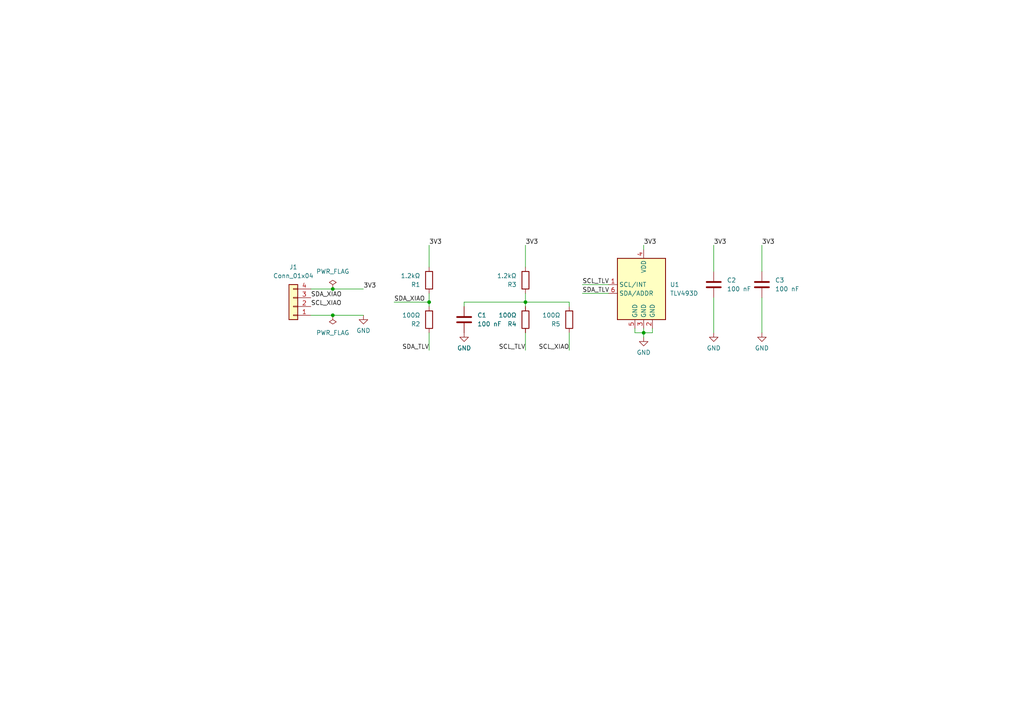
<source format=kicad_sch>
(kicad_sch (version 20230121) (generator eeschema)
  (paper "A4")
  (lib_symbols
    (symbol "Connector_Generic:Conn_01x04" (pin_names (offset 1.016) hide)
      (property "Reference" "J" (at 0 5.08 0))
      (property "Value" "Conn_01x04" (at 0 -7.62 0))
      (symbol "Conn_01x04_1_1"
        (rectangle (start -1.27 -4.953) (end 0 -5.207) (stroke (width 0.1524)))
        (rectangle (start -1.27 -2.413) (end 0 -2.667) (stroke (width 0.1524)))
        (rectangle (start -1.27 0.127) (end 0 -0.127) (stroke (width 0.1524)))
        (rectangle (start -1.27 2.667) (end 0 2.413) (stroke (width 0.1524)))
        (rectangle (start -1.27 3.81) (end 1.27 -6.35) (stroke (width 0.254)) (fill (type background)))
        (pin passive line (at -5.08 2.54 0) (length 3.81) (name "Pin_1") (number "1"))
        (pin passive line (at -5.08 0 0) (length 3.81) (name "Pin_2") (number "2"))
        (pin passive line (at -5.08 -2.54 0) (length 3.81) (name "Pin_3") (number "3"))
        (pin passive line (at -5.08 -5.08 0) (length 3.81) (name "Pin_4") (number "4"))
      )
    )
    (symbol "Device:C" (pin_numbers hide) (pin_names (offset 0.254))
      (property "Reference" "C" (at 0.635 2.54 0))
      (property "Value" "C" (at 0.635 -2.54 0))
      (symbol "C_0_1"
        (polyline (pts (xy -2.032 -0.762) (xy 2.032 -0.762)) (stroke (width 0.508)))
        (polyline (pts (xy -2.032 0.762) (xy 2.032 0.762)) (stroke (width 0.508)))
      )
      (symbol "C_1_1"
        (pin passive line (at 0 3.81 270) (length 2.794) (name "~") (number "1"))
        (pin passive line (at 0 -3.81 90) (length 2.794) (name "~") (number "2"))
      )
    )
    (symbol "Device:R" (pin_numbers hide) (pin_names (offset 0))
      (property "Reference" "R" (at 2.032 0 90))
      (property "Value" "R" (at 0 0 90))
      (symbol "R_0_1"
        (rectangle (start -1.016 -2.54) (end 1.016 2.54) (stroke (width 0.254)))
      )
      (symbol "R_1_1"
        (pin passive line (at 0 3.81 270) (length 1.27) (name "~") (number "1"))
        (pin passive line (at 0 -3.81 90) (length 1.27) (name "~") (number "2"))
      )
    )
    (symbol "Sensor_Magnetic:TLV493D"
      (property "Reference" "U" (at -6.35 11.43 0))
      (property "Value" "TLV493D" (at 5.08 11.43 0))
      (symbol "TLV493D_0_1"
        (rectangle (start -7.62 10.16) (end 6.35 -7.62) (stroke (width 0.254)) (fill (type background)))
      )
      (symbol "TLV493D_1_1"
        (pin bidirectional line (at -10.16 2.54 0) (length 2.54) (name "SCL/INT") (number "1"))
        (pin power_in line (at 2.54 -10.16 90) (length 2.54) (name "GND") (number "2"))
        (pin power_in line (at 0 -10.16 90) (length 2.54) (name "GND") (number "3"))
        (pin power_in line (at 0 12.7 270) (length 2.54) (name "VDD") (number "4"))
        (pin power_in line (at -2.54 -10.16 90) (length 2.54) (name "GND") (number "5"))
        (pin bidirectional line (at -10.16 0 0) (length 2.54) (name "SDA/ADDR") (number "6"))
      )
    )
    (symbol "power:GND" (power) (pin_names (offset 0))
      (property "Value" "GND" (at 0 -3.81 0))
      (symbol "GND_0_1"
        (polyline (pts (xy 0 0) (xy 0 -1.27) (xy 1.27 -1.27) (xy 0 -2.54) (xy -1.27 -1.27) (xy 0 -1.27)))
      )
      (symbol "GND_1_1"
        (pin power_in line (at 0 0 270) (length 0) hide (name "GND") (number "1"))
      )
    )
    (symbol "power:PWR_FLAG" (power) (pin_numbers hide) (pin_names (offset 0) hide)
      (property "Value" "PWR_FLAG" (at 0 3.81 0))
      (symbol "PWR_FLAG_0_0"
        (pin power_out line (at 0 0 90) (length 0) (name "pwr") (number "1"))
      )
      (symbol "PWR_FLAG_0_1"
        (polyline (pts (xy 0 0) (xy 0 1.27) (xy -1.016 1.905) (xy 0 2.54) (xy 1.016 1.905) (xy 0 1.27)))
      )
    )
  )
  (junction (at 96.52 83.82))
  (junction (at 124.46 87.63))
  (junction (at 186.69 96.52))
  (junction (at 152.4 87.63))
  (junction (at 96.52 91.44))
  (wire (pts (xy 168.91 85.09) (xy 176.53 85.09)))
  (wire (pts (xy 152.4 87.63) (xy 165.1 87.63)))
  (wire (pts (xy 165.1 87.63) (xy 165.1 88.9)))
  (wire (pts (xy 165.1 96.52) (xy 165.1 101.6)))
  (wire (pts (xy 220.98 86.36) (xy 220.98 96.52)))
  (wire (pts (xy 207.01 86.36) (xy 207.01 96.52)))
  (wire (pts (xy 186.69 96.52) (xy 189.23 96.52)))
  (wire (pts (xy 152.4 77.47) (xy 152.4 71.12)))
  (wire (pts (xy 124.46 101.6) (xy 124.46 96.52)))
  (wire (pts (xy 124.46 77.47) (xy 124.46 71.12)))
  (wire (pts (xy 186.69 96.52) (xy 186.69 95.25)))
  (wire (pts (xy 90.17 91.44) (xy 96.52 91.44)))
  (wire (pts (xy 152.4 85.09) (xy 152.4 87.63)))
  (wire (pts (xy 152.4 101.6) (xy 152.4 96.52)))
  (wire (pts (xy 114.3 87.63) (xy 124.46 87.63)))
  (wire (pts (xy 96.52 91.44) (xy 105.41 91.44)))
  (wire (pts (xy 124.46 88.9) (xy 124.46 87.63)))
  (wire (pts (xy 207.01 71.12) (xy 207.01 78.74)))
  (wire (pts (xy 168.91 82.55) (xy 176.53 82.55)))
  (wire (pts (xy 105.41 83.82) (xy 96.52 83.82)))
  (wire (pts (xy 134.62 88.9) (xy 134.62 87.63)))
  (wire (pts (xy 220.98 71.12) (xy 220.98 78.74)))
  (wire (pts (xy 184.15 96.52) (xy 186.69 96.52)))
  (wire (pts (xy 184.15 95.25) (xy 184.15 96.52)))
  (wire (pts (xy 189.23 96.52) (xy 189.23 95.25)))
  (wire (pts (xy 134.62 87.63) (xy 152.4 87.63)))
  (wire (pts (xy 186.69 71.12) (xy 186.69 72.39)))
  (wire (pts (xy 152.4 87.63) (xy 152.4 88.9)))
  (wire (pts (xy 186.69 97.79) (xy 186.69 96.52)))
  (wire (pts (xy 90.17 83.82) (xy 96.52 83.82)))
  (wire (pts (xy 124.46 87.63) (xy 124.46 85.09)))
  (label "SCL_TLV" (at 168.91 82.55 0))
  (label "3V3" (at 124.46 71.12 0))
  (label "SDA_TLV" (at 168.91 85.09 0))
  (label "3V3" (at 220.98 71.12 0))
  (label "SCL_TLV" (at 152.4 101.6 180))
  (label "3V3" (at 207.01 71.12 0))
  (label "SDA_TLV" (at 124.46 101.6 180))
  (label "3V3" (at 186.69 71.12 0))
  (label "SCL_XIAO" (at 165.1 101.6 180))
  (label "SDA_XIAO" (at 90.17 86.36 0))
  (label "3V3" (at 152.4 71.12 0))
  (label "3V3" (at 105.41 83.82 0))
  (label "SDA_XIAO" (at 114.3 87.63 0))
  (label "SCL_XIAO" (at 90.17 88.9 0))
  (symbol (lib_id "Device:C") (at 134.62 92.71 0) (unit 1)
    (property "Reference" "C1" (at 138.43 91.44 0) (effects (justify left)))
    (property "Value" "100 nF" (at 138.43 93.98 0) (effects (justify left)))
    (property "Footprint" "Capacitor_SMD:C_0805_2012Metric_Pad1.18x1.45mm_HandSolder" (effects hide))
  )
  (symbol (lib_id "power:GND") (at 186.69 97.79 0) (unit 1)
    (property "Reference" "#PWR03" (effects hide))
    (property "Value" "GND" (at 186.69 102.235 0))
  )
  (symbol (lib_id "power:GND") (at 105.41 91.44 0) (unit 1)
    (property "Reference" "#PWR01" (effects hide))
    (property "Value" "GND" (at 105.41 95.885 0))
  )
  (symbol (lib_id "Device:C") (at 207.01 82.55 0) (unit 1)
    (property "Reference" "C2" (at 210.82 81.28 0) (effects (justify left)))
    (property "Value" "100 nF" (at 210.82 83.82 0) (effects (justify left)))
    (property "Footprint" "Capacitor_SMD:C_0805_2012Metric_Pad1.18x1.45mm_HandSolder" (effects hide))
  )
  (symbol (lib_id "Device:C") (at 220.98 82.55 0) (unit 1)
    (property "Reference" "C3" (at 224.79 81.28 0) (effects (justify left)))
    (property "Value" "100 nF" (at 224.79 83.82 0) (effects (justify left)))
    (property "Footprint" "Capacitor_SMD:C_0805_2012Metric_Pad1.18x1.45mm_HandSolder" (effects hide))
  )
  (symbol (lib_id "power:GND") (at 220.98 96.52 0) (unit 1)
    (property "Reference" "#PWR05" (effects hide))
    (property "Value" "GND" (at 220.98 100.965 0))
  )
  (symbol (lib_id "power:GND") (at 134.62 96.52 0) (unit 1)
    (property "Reference" "#PWR02" (effects hide))
    (property "Value" "GND" (at 134.62 100.965 0))
  )
  (symbol (lib_id "Device:R") (at 152.4 81.28 180) (unit 1)
    (property "Reference" "R3" (at 149.86 82.55 0) (effects (justify left)))
    (property "Value" "1.2kΩ" (at 149.86 80.01 0) (effects (justify left)))
    (property "Footprint" "Resistor_SMD:R_0805_2012Metric_Pad1.20x1.40mm_HandSolder" (effects hide))
  )
  (symbol (lib_id "Device:R") (at 124.46 81.28 180) (unit 1)
    (property "Reference" "R1" (at 121.92 82.55 0) (effects (justify left)))
    (property "Value" "1.2kΩ" (at 121.92 80.01 0) (effects (justify left)))
    (property "Footprint" "Resistor_SMD:R_0805_2012Metric_Pad1.20x1.40mm_HandSolder" (effects hide))
  )
  (symbol (lib_id "Sensor_Magnetic:TLV493D") (at 186.69 85.09 0) (unit 1)
    (property "Reference" "U1" (at 194.31 82.55 0) (effects (justify left)))
    (property "Value" "TLV493D" (at 194.31 85.09 0) (effects (justify left)))
    (property "Footprint" "Package_TO_SOT_SMD:SOT-23-6" (effects hide))
    (property "Datasheet" "http://www.infineon.com/dgdl/Infineon-TLV493D-A1B6-DS-v01_00-EN.pdf?fileId=5546d462525dbac40152a6b85c760e80" (effects hide))
  )
  (symbol (lib_id "power:PWR_FLAG") (at 96.52 91.44 180) (unit 1)
    (property "Reference" "#FLG02" (effects hide))
    (property "Value" "PWR_FLAG" (at 96.52 96.52 0))
  )
  (symbol (lib_id "Device:R") (at 152.4 92.71 180) (unit 1)
    (property "Reference" "R4" (at 149.86 93.98 0) (effects (justify left)))
    (property "Value" "100Ω" (at 149.86 91.44 0) (effects (justify left)))
    (property "Footprint" "Resistor_SMD:R_0805_2012Metric_Pad1.20x1.40mm_HandSolder" (effects hide))
  )
  (symbol (lib_id "power:PWR_FLAG") (at 96.52 83.82 0) (unit 1)
    (property "Reference" "#FLG01" (effects hide))
    (property "Value" "PWR_FLAG" (at 96.52 78.74 0))
  )
  (symbol (lib_id "Connector_Generic:Conn_01x04") (at 85.09 88.9 180) (unit 1)
    (property "Reference" "J1" (at 85.09 77.47 0))
    (property "Value" "Conn_01x04" (at 85.09 80.01 0))
    (property "Footprint" "Connector_PinSocket_2.54mm:PinSocket_1x04_P2.54mm_Vertical" (effects hide))
  )
  (symbol (lib_id "Device:R") (at 124.46 92.71 180) (unit 1)
    (property "Reference" "R2" (at 121.92 93.98 0) (effects (justify left)))
    (property "Value" "100Ω" (at 121.92 91.44 0) (effects (justify left)))
    (property "Footprint" "Resistor_SMD:R_0805_2012Metric_Pad1.20x1.40mm_HandSolder" (effects hide))
  )
  (symbol (lib_id "Device:R") (at 165.1 92.71 180) (unit 1)
    (property "Reference" "R5" (at 162.56 93.98 0) (effects (justify left)))
    (property "Value" "100Ω" (at 162.56 91.44 0) (effects (justify left)))
    (property "Footprint" "Resistor_SMD:R_0805_2012Metric_Pad1.20x1.40mm_HandSolder" (effects hide))
  )
  (symbol (lib_id "power:GND") (at 207.01 96.52 0) (unit 1)
    (property "Reference" "#PWR04" (effects hide))
    (property "Value" "GND" (at 207.01 100.965 0))
  )
)
</source>
